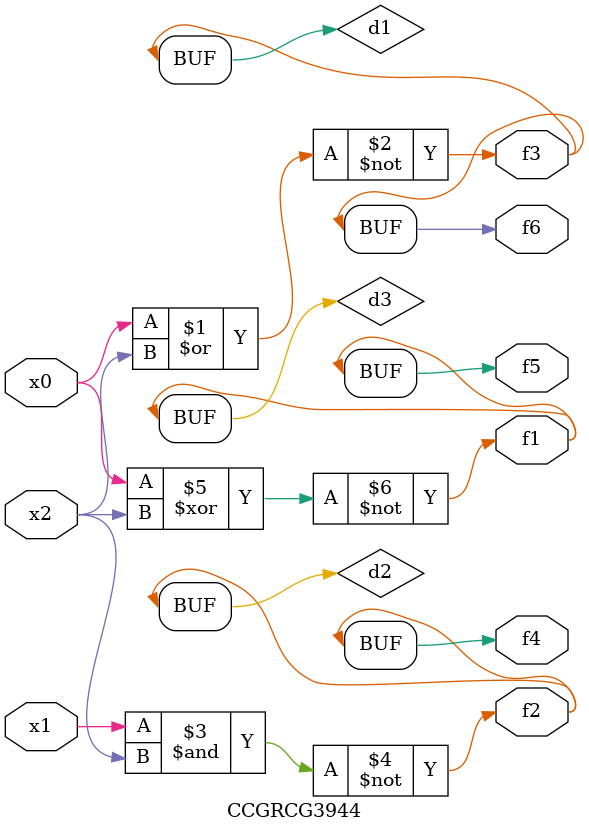
<source format=v>
module CCGRCG3944(
	input x0, x1, x2,
	output f1, f2, f3, f4, f5, f6
);

	wire d1, d2, d3;

	nor (d1, x0, x2);
	nand (d2, x1, x2);
	xnor (d3, x0, x2);
	assign f1 = d3;
	assign f2 = d2;
	assign f3 = d1;
	assign f4 = d2;
	assign f5 = d3;
	assign f6 = d1;
endmodule

</source>
